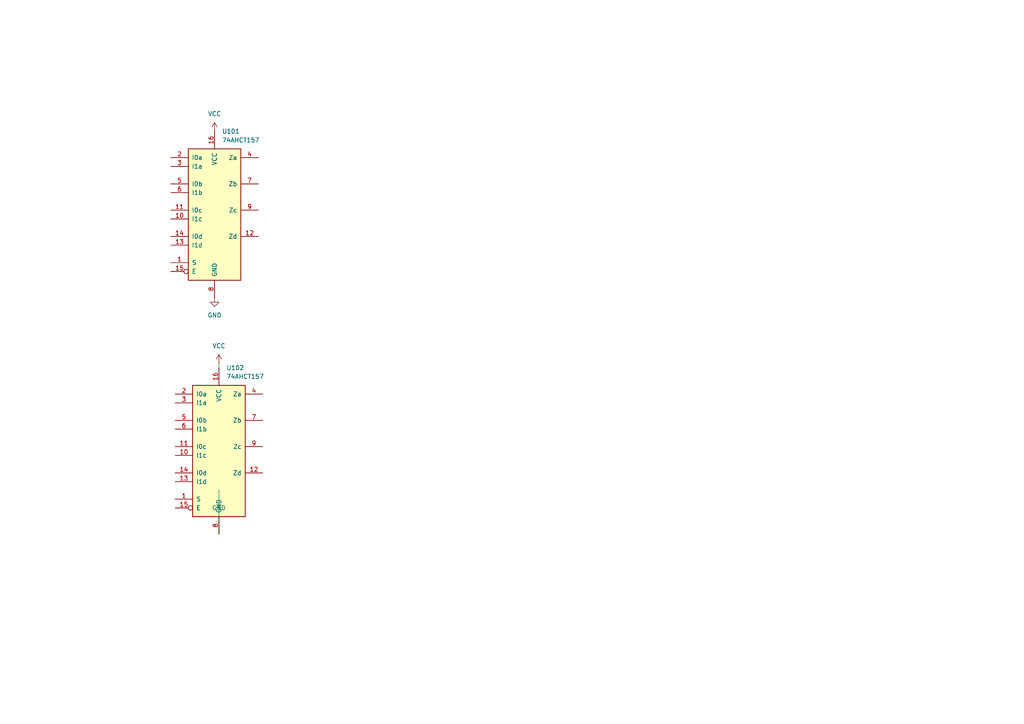
<source format=kicad_sch>
(kicad_sch (version 20250114) (generator "eeschema") (generator_version "9.0")
  (paper "A4")
  (lib_symbols
    (symbol "74xx:74LS157" (pin_names (offset 1.016))
      (property "Reference" "U" (at -7.62 19.05 0))
      (property "Value" "74LS157" (at -7.62 -21.59 0))
      (symbol "74LS157_1_0"
        (pin input line (at -12.7 15.24 0) (length 5.08) (name "I0a") (number "2"))
        (pin input line (at -12.7 12.7 0) (length 5.08) (name "I1a") (number "3"))
        (pin input line (at -12.7 7.62 0) (length 5.08) (name "I0b") (number "5"))
        (pin input line (at -12.7 5.08 0) (length 5.08) (name "I1b") (number "6"))
        (pin input line (at -12.7 0 0) (length 5.08) (name "I0c") (number "11"))
        (pin input line (at -12.7 -2.54 0) (length 5.08) (name "I1c") (number "10"))
        (pin input line (at -12.7 -7.62 0) (length 5.08) (name "I0d") (number "14"))
        (pin input line (at -12.7 -10.16 0) (length 5.08) (name "I1d") (number "13"))
        (pin input line (at -12.7 -15.24 0) (length 5.08) (name "S") (number "1"))
        (pin input inverted (at -12.7 -17.78 0) (length 5.08) (name "E") (number "15"))
        (pin power_in line (at 0 22.86 270) (length 5.08) (name "VCC") (number "16"))
        (pin power_in line (at 0 -25.4 90) (length 5.08) (name "GND") (number "8"))
        (pin output line (at 12.7 15.24 180) (length 5.08) (name "Za") (number "4"))
        (pin output line (at 12.7 7.62 180) (length 5.08) (name "Zb") (number "7"))
        (pin output line (at 12.7 0 180) (length 5.08) (name "Zc") (number "9"))
        (pin output line (at 12.7 -7.62 180) (length 5.08) (name "Zd") (number "12"))
      )
      (symbol "74LS157_1_1"
        (rectangle (start -7.62 17.78) (end 7.62 -20.32) (stroke (width 0.254)) (fill (type background)))
      )
    )
    (symbol "power:GND" (power) (pin_numbers (hide yes)) (pin_names (offset 0) (hide yes))
      (property "Value" "GND" (at 0 -3.81 0))
      (symbol "GND_0_1"
        (polyline (pts (xy 0 0) (xy 0 -1.27) (xy 1.27 -1.27) (xy 0 -2.54) (xy -1.27 -1.27) (xy 0 -1.27)))
      )
      (symbol "GND_1_1"
        (pin power_in line (at 0 0 270) (length 0) (name "~") (number "1"))
      )
    )
    (symbol "power:VCC" (power) (pin_numbers (hide yes)) (pin_names (offset 0) (hide yes))
      (property "Value" "VCC" (at 0 3.556 0))
      (symbol "VCC_0_1"
        (polyline (pts (xy -0.762 1.27) (xy 0 2.54)))
        (polyline (pts (xy 0 2.54) (xy 0.762 1.27)))
        (polyline (pts (xy 0 0) (xy 0 2.54)))
      )
      (symbol "VCC_1_1"
        (pin power_in line (at 0 0 90) (length 0) (name "~") (number "1"))
      )
    )
  )
  (wire (pts (xy 63.5 106.68) (xy 63.5 105.41)))
  (wire (pts (xy 63.5 154.94) (xy 63.5 142.24)))
  (symbol (lib_id "power:GND") (at 62.23 86.36 0) (unit 1)
    (property "Reference" "#PWR0103" (effects (hide yes)))
    (property "Value" "GND" (at 62.23 91.44 0))
    (property "Description" "Power symbol creates a global label with name \"GND\" , ground" (effects (hide yes)))
  )
  (symbol (lib_id "power:GND") (at 63.5 142.24 0) (unit 1)
    (property "Reference" "#PWR0102" (effects (hide yes)))
    (property "Value" "GND" (at 63.5 147.32 0))
    (property "Description" "Power symbol creates a global label with name \"GND\" , ground" (effects (hide yes)))
  )
  (symbol (lib_id "74xx:74LS157") (at 62.23 60.96 0) (unit 1)
    (property "Reference" "U101" (at 64.3733 38.1 0) (effects (justify left)))
    (property "Value" "74AHCT157" (at 64.3733 40.64 0) (effects (justify left)))
    (property "Footprint" "Package_DIP:DIP-16_W7.62mm" (effects (hide yes)))
    (property "Datasheet" "http://www.ti.com/lit/gpn/sn74AHCT157" (effects (hide yes)))
    (property "Description" "Quad 2 to 1 line Multiplexer" (effects (hide yes)))
  )
  (symbol (lib_id "74xx:74LS157") (at 63.5 129.54 0) (unit 1)
    (property "Reference" "U102" (at 65.6433 106.68 0) (effects (justify left)))
    (property "Value" "74AHCT157" (at 65.6433 109.22 0) (effects (justify left)))
    (property "Footprint" "Package_DIP:DIP-16_W7.62mm" (effects (hide yes)))
    (property "Datasheet" "http://www.ti.com/lit/gpn/sn74AHCT157" (effects (hide yes)))
    (property "Description" "Quad 2 to 1 line Multiplexer" (effects (hide yes)))
  )
  (symbol (lib_id "power:VCC") (at 62.23 38.1 0) (unit 1)
    (property "Reference" "#PWR0104" (effects (hide yes)))
    (property "Value" "VCC" (at 62.23 33.02 0))
    (property "Description" "Power symbol creates a global label with name \"VCC\"" (effects (hide yes)))
  )
  (symbol (lib_id "power:VCC") (at 63.5 105.41 0) (unit 1)
    (property "Reference" "#PWR0101" (effects (hide yes)))
    (property "Value" "VCC" (at 63.5 100.33 0))
    (property "Description" "Power symbol creates a global label with name \"VCC\"" (effects (hide yes)))
  )
)
</source>
